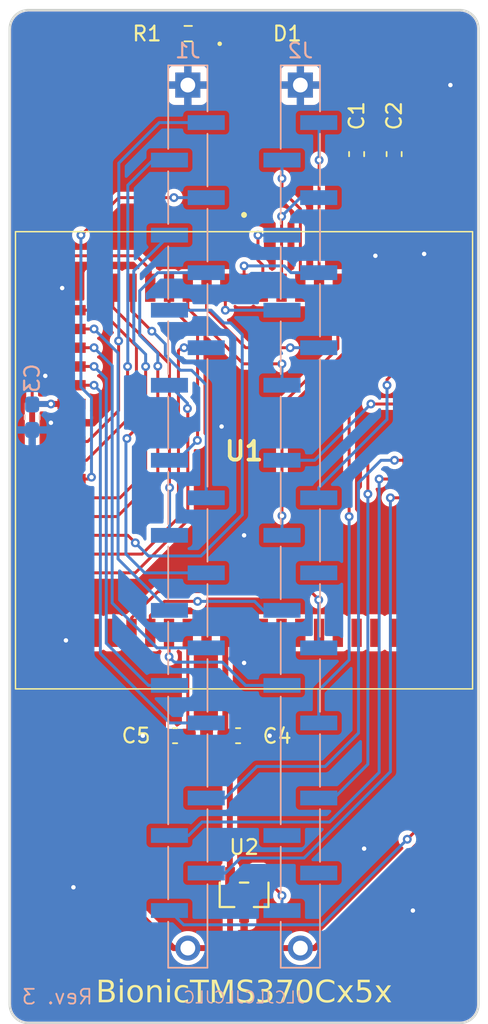
<source format=kicad_pcb>
(kicad_pcb (version 20241229) (generator "pcbnew") (generator_version "9.0")
  (title_block (title "BionicTMS370Cx5x") (date "2026-02-01") (rev "3") (company "Tadashi G. Takaoka"))
  (layers (0 "F.Cu" signal) (2 "B.Cu" signal) (13 "F.Paste" user) (15 "B.Paste" user) (5 "F.SilkS" user "F.Silkscreen") (7 "B.SilkS" user "B.Silkscreen") (1 "F.Mask" user) (3 "B.Mask" user) (25 "Edge.Cuts" user))
  (net 0 "")
  (net 1 "VCC")
  (net 2 "GND")
  (net 3 "Net-(D1-K)")
  (net 4 "ADDR12")
  (net 5 "DATA6")
  (net 6 "INT3")
  (net 7 "ADDR13")
  (net 8 "DATA3")
  (net 9 "ADDR11")
  (net 10 "DATA0")
  (net 11 "DATA7")
  (net 12 "~{RESET}")
  (net 13 "DATA1")
  (net 14 "ADDR9")
  (net 15 "ADDR10")
  (net 16 "INT1")
  (net 17 "DATA5")
  (net 18 "DATA2")
  (net 19 "ADDR8")
  (net 20 "ADDR14")
  (net 21 "ADDR15")
  (net 22 "DATA4")
  (net 23 "INT2")
  (net 24 "Net-(J2-P57)")
  (net 26 "SCIRXD")
  (net 27 "SCITXD")
  (net 28 "CLKIN")
  (net 29 "ADDR4")
  (net 31 "SYSCLK")
  (net 32 "R{slash}~{W}")
  (net 33 "ADDR6")
  (net 34 "~{WAIT}")
  (net 35 "ADDR2")
  (net 36 "ADDR5")
  (net 37 "ADDR7")
  (net 38 "~{OCF}")
  (net 39 "ADDR1")
  (net 40 "~{EDS}")
  (net 41 "ADDR3")
  (net 47 "ADDR0")
  (net 55 "Net-(U1-XTAL1)")
  (footprint "rhom:LED_CSL1901UW1_ROM-M" (layer "F.Cu") (at 113.7 71.6002)
    (property "Reference" "D1" (at 2.921 0 0) (layer "F.SilkS"))
    (property "Value" "CSL1901UW1")
    (pad "1" smd rect (at -0.8763 0) (size 0.9652 0.762) (layers "F.Cu" "F.Mask" "F.Paste") (net 3 "Net-(D1-K)"))
    (pad "2" smd rect (at 0.8763 0) (size 0.9652 0.762) (layers "F.Cu" "F.Mask" "F.Paste") (net 1 "VCC"))
    (zone (net 0) (net_name "") (layer "F.Cu") (connect_pads (clearance 0)) (min_thickness 0.254)
      (keepout (tracks not_allowed) (vias not_allowed) (pads allowed) (copperpour not_allowed) (footprints allowed))
      (fill (thermal_gap 0.508) (thermal_bridge_width 0.508))
      (polygon (pts (xy 113.3571 71.2446) (xy 114.0429 71.2446) (xy 114.0429 71.9558) (xy 113.3571 71.9558)))
    )
  )
  (footprint "3m:846821B1RKTP" (layer "F.Cu") (at 113.696 100.48)
    (property "Reference" "U1" (at 0 -0.618 0) (layer "F.SilkS") (effects (font (size 1.27 1.27) (thickness 0.254))))
    (property "Value" "TMS370Cx5x" (hide yes))
    (pad "1" smd rect (at 0 -11.68) (size 0.7 1.91) (layers "F.Cu" "F.Mask" "F.Paste") (net 29 "ADDR4"))
    (pad "2" smd rect (at -1.27 -11.68) (size 0.7 1.91) (layers "F.Cu" "F.Mask" "F.Paste") (net 36 "ADDR5"))
    (pad "3" smd rect (at -2.54 -11.68) (size 0.7 1.91) (layers "F.Cu" "F.Mask" "F.Paste") (net 33 "ADDR6"))
    (pad "4" smd rect (at -3.81 -11.68) (size 0.7 1.91) (layers "F.Cu" "F.Mask" "F.Paste") (net 37 "ADDR7"))
    (pad "5" smd rect (at -5.08 -11.68) (size 0.7 1.91) (layers "F.Cu" "F.Mask" "F.Paste") (net 19 "ADDR8"))
    (pad "6" smd rect (at -6.35 -11.68) (size 0.7 1.91) (layers "F.Cu" "F.Mask" "F.Paste") (net 1 "VCC"))
    (pad "7" smd rect (at -7.62 -11.68) (size 0.7 1.91) (layers "F.Cu" "F.Mask" "F.Paste") (net 14 "ADDR9"))
    (pad "8" smd rect (at -8.89 -11.68) (size 0.7 1.91) (layers "F.Cu" "F.Mask" "F.Paste") (net 15 "ADDR10"))
    (pad "9" smd rect (at -10.16 -11.68) (size 0.7 1.91) (layers "F.Cu" "F.Mask" "F.Paste"))
    (pad "10" smd rect (at -11.68 -10.16 90) (size 0.7 1.91) (layers "F.Cu" "F.Mask" "F.Paste") (net 9 "ADDR11"))
    (pad "11" smd rect (at -11.68 -8.89 90) (size 0.7 1.91) (layers "F.Cu" "F.Mask" "F.Paste") (net 4 "ADDR12"))
    (pad "12" smd rect (at -11.68 -7.62 90) (size 0.7 1.91) (layers "F.Cu" "F.Mask" "F.Paste") (net 7 "ADDR13"))
    (pad "13" smd rect (at -11.68 -6.35 90) (size 0.7 1.91) (layers "F.Cu" "F.Mask" "F.Paste") (net 20 "ADDR14"))
    (pad "14" smd rect (at -11.68 -5.08 90) (size 0.7 1.91) (layers "F.Cu" "F.Mask" "F.Paste") (net 21 "ADDR15"))
    (pad "15" smd rect (at -11.68 -3.81 90) (size 0.7 1.91) (layers "F.Cu" "F.Mask" "F.Paste") (net 1 "VCC"))
    (pad "16" smd rect (at -11.68 -2.54 90) (size 0.7 1.91) (layers "F.Cu" "F.Mask" "F.Paste") (net 2 "GND"))
    (pad "17" smd rect (at -11.68 -1.27 90) (size 0.7 1.91) (layers "F.Cu" "F.Mask" "F.Paste") (net 10 "DATA0"))
    (pad "18" smd rect (at -11.68 0 90) (size 0.7 1.91) (layers "F.Cu" "F.Mask" "F.Paste") (net 13 "DATA1"))
    (pad "19" smd rect (at -11.68 1.27 90) (size 0.7 1.91) (layers "F.Cu" "F.Mask" "F.Paste") (net 18 "DATA2"))
    (pad "20" smd rect (at -11.68 2.54 90) (size 0.7 1.91) (layers "F.Cu" "F.Mask" "F.Paste") (net 8 "DATA3"))
    (pad "21" smd rect (at -11.68 3.81 90) (size 0.7 1.91) (layers "F.Cu" "F.Mask" "F.Paste") (net 22 "DATA4"))
    (pad "22" smd rect (at -11.68 5.08 90) (size 0.7 1.91) (layers "F.Cu" "F.Mask" "F.Paste") (net 17 "DATA5"))
    (pad "23" smd rect (at -11.68 6.35 90) (size 0.7 1.91) (layers "F.Cu" "F.Mask" "F.Paste") (net 5 "DATA6"))
    (pad "24" smd rect (at -11.68 7.62 90) (size 0.7 1.91) (layers "F.Cu" "F.Mask" "F.Paste") (net 11 "DATA7"))
    (pad "25" smd rect (at -11.68 8.89 90) (size 0.7 1.91) (layers "F.Cu" "F.Mask" "F.Paste"))
    (pad "26" smd rect (at -11.68 10.16 90) (size 0.7 1.91) (layers "F.Cu" "F.Mask" "F.Paste"))
    (pad "27" smd rect (at -10.16 11.68) (size 0.7 1.91) (layers "F.Cu" "F.Mask" "F.Paste"))
    (pad "28" smd rect (at -8.89 11.68) (size 0.7 1.91) (layers "F.Cu" "F.Mask" "F.Paste"))
    (pad "29" smd rect (at -7.62 11.68) (size 0.7 1.91) (layers "F.Cu" "F.Mask" "F.Paste") (net 26 "SCIRXD"))
    (pad "30" smd rect (at -6.35 11.68) (size 0.7 1.91) (layers "F.Cu" "F.Mask" "F.Paste") (net 27 "SCITXD"))
    (pad "31" smd rect (at -5.08 11.68) (size 0.7 1.91) (layers "F.Cu" "F.Mask" "F.Paste") (net 28 "CLKIN"))
    (pad "32" smd rect (at -3.81 11.68) (size 0.7 1.91) (layers "F.Cu" "F.Mask" "F.Paste") (net 55 "Net-(U1-XTAL1)"))
    (pad "33" smd rect (at -2.54 11.68) (size 0.7 1.91) (layers "F.Cu" "F.Mask" "F.Paste") (net 1 "VCC"))
    (pad "34" smd rect (at -1.27 11.68) (size 0.7 1.91) (layers "F.Cu" "F.Mask" "F.Paste") (net 1 "VCC"))
    (pad "35" smd rect (at 0 11.68) (size 0.7 1.91) (layers "F.Cu" "F.Mask" "F.Paste"))
    (pad "36" smd rect (at 1.27 11.68) (size 0.7 1.91) (layers "F.Cu" "F.Mask" "F.Paste"))
    (pad "37" smd rect (at 2.54 11.68) (size 0.7 1.91) (layers "F.Cu" "F.Mask" "F.Paste"))
    (pad "38" smd rect (at 3.81 11.68) (size 0.7 1.91) (layers "F.Cu" "F.Mask" "F.Paste"))
    (pad "39" smd rect (at 5.08 11.68) (size 0.7 1.91) (layers "F.Cu" "F.Mask" "F.Paste"))
    (pad "40" smd rect (at 6.35 11.68) (size 0.7 1.91) (layers "F.Cu" "F.Mask" "F.Paste"))
    (pad "41" smd rect (at 7.62 11.68) (size 0.7 1.91) (layers "F.Cu" "F.Mask" "F.Paste"))
    (pad "42" smd rect (at 8.89 11.68) (size 0.7 1.91) (layers "F.Cu" "F.Mask" "F.Paste"))
    (pad "43" smd rect (at 10.16 11.68) (size 0.7 1.91) (layers "F.Cu" "F.Mask" "F.Paste"))
    (pad "44" smd rect (at 11.68 10.16 90) (size 0.7 1.91) (layers "F.Cu" "F.Mask" "F.Paste"))
    (pad "45" smd rect (at 11.68 8.89 90) (size 0.7 1.91) (layers "F.Cu" "F.Mask" "F.Paste"))
    (pad "46" smd rect (at 11.68 7.62 90) (size 0.7 1.91) (layers "F.Cu" "F.Mask" "F.Paste"))
    (pad "47" smd rect (at 11.68 6.35 90) (size 0.7 1.91) (layers "F.Cu" "F.Mask" "F.Paste"))
    (pad "48" smd rect (at 11.68 5.08 90) (size 0.7 1.91) (layers "F.Cu" "F.Mask" "F.Paste"))
    (pad "49" smd rect (at 11.68 3.81 90) (size 0.7 1.91) (layers "F.Cu" "F.Mask" "F.Paste"))
    (pad "50" smd rect (at 11.68 2.54 90) (size 0.7 1.91) (layers "F.Cu" "F.Mask" "F.Paste") (net 6 "INT3"))
    (pad "51" smd rect (at 11.68 1.27 90) (size 0.7 1.91) (layers "F.Cu" "F.Mask" "F.Paste") (net 23 "INT2"))
    (pad "52" smd rect (at 11.68 0 90) (size 0.7 1.91) (layers "F.Cu" "F.Mask" "F.Paste") (net 16 "INT1"))
    (pad "53" smd rect (at 11.68 -1.27 90) (size 0.7 1.91) (layers "F.Cu" "F.Mask" "F.Paste") (net 12 "~{RESET}"))
    (pad "54" smd rect (at 11.68 -2.54 90) (size 0.7 1.91) (layers "F.Cu" "F.Mask" "F.Paste") (net 34 "~{WAIT}"))
    (pad "55" smd rect (at 11.68 -3.81 90) (size 0.7 1.91) (layers "F.Cu" "F.Mask" "F.Paste") (net 40 "~{EDS}"))
    (pad "56" smd rect (at 11.68 -5.08 90) (size 0.7 1.91) (layers "F.Cu" "F.Mask" "F.Paste"))
    (pad "57" smd rect (at 11.68 -6.35 90) (size 0.7 1.91) (layers "F.Cu" "F.Mask" "F.Paste") (net 32 "R{slash}~{W}"))
    (pad "58" smd rect (at 11.68 -7.62 90) (size 0.7 1.91) (layers "F.Cu" "F.Mask" "F.Paste") (net 31 "SYSCLK"))
    (pad "59" smd rect (at 11.68 -8.89 90) (size 0.7 1.91) (layers "F.Cu" "F.Mask" "F.Paste"))
    (pad "60" smd rect (at 11.68 -10.16 90) (size 0.7 1.91) (layers "F.Cu" "F.Mask" "F.Paste"))
    (pad "61" smd rect (at 10.16 -11.68) (size 0.7 1.91) (layers "F.Cu" "F.Mask" "F.Paste") (net 1 "VCC"))
    (pad "62" smd rect (at 8.89 -11.68) (size 0.7 1.91) (layers "F.Cu" "F.Mask" "F.Paste") (net 2 "GND"))
    (pad "63" smd rect (at 7.62 -11.68) (size 0.7 1.91) (layers "F.Cu" "F.Mask" "F.Paste") (net 1 "VCC"))
    (pad "64" smd rect (at 6.35 -11.68) (size 0.7 1.91) (layers "F.Cu" "F.Mask" "F.Paste") (net 38 "~{OCF}"))
    (pad "65" smd rect (at 5.08 -11.68) (size 0.7 1.91) (layers "F.Cu" "F.Mask" "F.Paste") (net 47 "ADDR0"))
    (pad "66" smd rect (at 3.81 -11.68) (size 0.7 1.91) (layers "F.Cu" "F.Mask" "F.Paste") (net 39 "ADDR1"))
    (pad "67" smd rect (at 2.54 -11.68) (size 0.7 1.91) (layers "F.Cu" "F.Mask" "F.Paste") (net 35 "ADDR2"))
    (pad "68" smd rect (at 1.27 -11.68) (size 0.7 1.91) (layers "F.Cu" "F.Mask" "F.Paste") (net 41 "ADDR3"))
  )
  (footprint "Capacitor_SMD:C_0603_1608Metric_Pad1.08x0.95mm_HandSolder" (layer "F.Cu") (at 109.0264 119.1236 180)
    (property "Reference" "C5" (at 2.6416 0 0) (layer "F.SilkS"))
    (property "Value" "50p")
    (pad "1" smd roundrect (at -0.8625 0 180) (size 1.075 0.95) (layers "F.Cu" "F.Mask" "F.Paste") (net 55 "Net-(U1-XTAL1)"))
    (pad "2" smd roundrect (at 0.8625 0 180) (size 1.075 0.95) (layers "F.Cu" "F.Mask" "F.Paste") (net 2 "GND"))
  )
  (footprint "Capacitor_SMD:C_0603_1608Metric_Pad1.08x0.95mm_HandSolder" (layer "F.Cu") (at 123.86 79.7525 90)
    (property "Reference" "C2" (at 2.5908 0 90) (layer "F.SilkS"))
    (property "Value" "22u")
    (pad "1" smd roundrect (at -0.8625 0 90) (size 1.075 0.95) (layers "F.Cu" "F.Mask" "F.Paste") (net 1 "VCC"))
    (pad "2" smd roundrect (at 0.8625 0 90) (size 1.075 0.95) (layers "F.Cu" "F.Mask" "F.Paste") (net 2 "GND"))
  )
  (footprint "Capacitor_SMD:C_0603_1608Metric_Pad1.08x0.95mm_HandSolder" (layer "F.Cu") (at 113.2936 119.1236)
    (property "Reference" "C4" (at 2.6405 0.0254 0) (layer "F.SilkS"))
    (property "Value" "0.1u")
    (pad "1" smd roundrect (at -0.8625 0) (size 1.075 0.95) (layers "F.Cu" "F.Mask" "F.Paste") (net 1 "VCC"))
    (pad "2" smd roundrect (at 0.8625 0) (size 1.075 0.95) (layers "F.Cu" "F.Mask" "F.Paste") (net 2 "GND"))
  )
  (footprint "Resistor_SMD:R_0603_1608Metric_Pad0.98x0.95mm_HandSolder" (layer "F.Cu") (at 109.9154 71.6002 180)
    (property "Reference" "R1" (at 2.794 0 0) (layer "F.SilkS"))
    (property "Value" "1.6k")
    (pad "1" smd roundrect (at -0.9125 0 180) (size 0.975 0.95) (layers "F.Cu" "F.Mask" "F.Paste") (net 3 "Net-(D1-K)"))
    (pad "2" smd roundrect (at 0.9125 0 180) (size 0.975 0.95) (layers "F.Cu" "F.Mask" "F.Paste") (net 2 "GND"))
  )
  (footprint "microchip:SOT-23_MC_MCH-M" (layer "F.Cu") (at 113.7 129.894 180)
    (property "Reference" "U2" (at 0 3.2266 0) (layer "F.SilkS"))
    (property "Value" "11AA010-I/TT")
    (pad "1" smd rect (at -0.950001 1.066 180) (size 0.6604 1.6256) (layers "F.Cu" "F.Mask" "F.Paste") (net 24 "Net-(J2-P57)"))
    (pad "2" smd rect (at 0.950001 1.066 180) (size 0.6604 1.6256) (layers "F.Cu" "F.Mask" "F.Paste") (net 1 "VCC"))
    (pad "3" smd rect (at 0 -1.066 180) (size 0.6604 1.6256) (layers "F.Cu" "F.Mask" "F.Paste") (net 2 "GND"))
  )
  (footprint "Capacitor_SMD:C_0603_1608Metric_Pad1.08x0.95mm_HandSolder" (layer "F.Cu") (at 121.32 79.7525 90)
    (property "Reference" "C1" (at 2.5908 0 90) (layer "F.SilkS"))
    (property "Value" "0.1u")
    (pad "1" smd roundrect (at -0.8625 0 90) (size 1.075 0.95) (layers "F.Cu" "F.Mask" "F.Paste") (net 1 "VCC"))
    (pad "2" smd roundrect (at 0.8625 0 90) (size 1.075 0.95) (layers "F.Cu" "F.Mask" "F.Paste") (net 2 "GND"))
  )
  (footprint "bionic:Bionic-P245_SMT" (layer "B.Cu") (at 117.5308 104.29 180)
    (property "Reference" "J2" (at 0.0208 31.54 0) (layer "B.SilkS") (effects (justify mirror)))
    (property "Value" "Bionic-P245")
    (pad "25" thru_hole oval (at 0.0208 -29.21 180) (size 1.7 1.7) (drill 1) (layers "*.Cu" "*.Mask") (net 1 "VCC"))
    (pad "26" smd rect (at 1.2654 -26.67 180) (size 2.51 1) (layers "B.Cu" "B.Mask" "B.Paste") (net 24 "Net-(J2-P57)"))
    (pad "27" smd rect (at -1.2238 -24.13 180) (size 2.51 1) (layers "B.Cu" "B.Mask" "B.Paste"))
    (pad "28" smd rect (at 1.2654 -21.59 180) (size 2.51 1) (layers "B.Cu" "B.Mask" "B.Paste"))
    (pad "29" smd rect (at -1.2238 -19.05 180) (size 2.51 1) (layers "B.Cu" "B.Mask" "B.Paste") (net 34 "~{WAIT}"))
    (pad "31" smd rect (at -1.2238 -13.97 180) (size 2.51 1) (layers "B.Cu" "B.Mask" "B.Paste") (net 31 "SYSCLK"))
    (pad "32" smd rect (at 1.2654 -11.43 180) (size 2.51 1) (layers "B.Cu" "B.Mask" "B.Paste") (net 28 "CLKIN"))
    (pad "33" smd rect (at -1.2238 -8.89 180) (size 2.51 1) (layers "B.Cu" "B.Mask" "B.Paste") (net 26 "SCIRXD"))
    (pad "34" smd rect (at 1.2654 -6.35 180) (size 2.51 1) (layers "B.Cu" "B.Mask" "B.Paste") (net 27 "SCITXD"))
    (pad "35" smd rect (at -1.2238 -3.81 180) (size 2.51 1) (layers "B.Cu" "B.Mask" "B.Paste"))
    (pad "36" smd rect (at 1.2654 -1.27 180) (size 2.51 1) (layers "B.Cu" "B.Mask" "B.Paste") (net 38 "~{OCF}"))
    (pad "37" smd rect (at -1.2238 1.27 180) (size 2.51 1) (layers "B.Cu" "B.Mask" "B.Paste") (net 32 "R{slash}~{W}"))
    (pad "38" smd rect (at 1.2654 3.81 180) (size 2.51 1) (layers "B.Cu" "B.Mask" "B.Paste") (net 40 "~{EDS}"))
    (pad "40" smd rect (at 1.2654 8.89 180) (size 2.51 1) (layers "B.Cu" "B.Mask" "B.Paste") (net 37 "ADDR7"))
    (pad "41" smd rect (at -1.2238 11.43 180) (size 2.51 1) (layers "B.Cu" "B.Mask" "B.Paste") (net 33 "ADDR6"))
    (pad "42" smd rect (at 1.2654 13.97 180) (size 2.51 1) (layers "B.Cu" "B.Mask" "B.Paste") (net 36 "ADDR5"))
    (pad "43" smd rect (at -1.2238 16.51 180) (size 2.51 1) (layers "B.Cu" "B.Mask" "B.Paste") (net 29 "ADDR4"))
    (pad "44" smd rect (at 1.2654 19.05 180) (size 2.51 1) (layers "B.Cu" "B.Mask" "B.Paste") (net 41 "ADDR3"))
    (pad "45" smd rect (at -1.2238 21.59 180) (size 2.51 1) (layers "B.Cu" "B.Mask" "B.Paste") (net 35 "ADDR2"))
    (pad "46" smd rect (at 1.2654 24.13 180) (size 2.51 1) (layers "B.Cu" "B.Mask" "B.Paste") (net 39 "ADDR1"))
    (pad "47" smd rect (at -1.2238 26.67 180) (size 2.51 1) (layers "B.Cu" "B.Mask" "B.Paste") (net 47 "ADDR0"))
    (pad "48" thru_hole rect (at 0.0208 29.21 180) (size 1.7 1.7) (drill 1) (layers "*.Cu" "*.Mask") (net 2 "GND"))
  )
  (footprint "Capacitor_SMD:C_0603_1608Metric_Pad1.08x0.95mm_HandSolder" (layer "B.Cu") (at 99.349 97.563 -90)
    (property "Reference" "C3" (at -2.6405 0 90) (layer "B.SilkS") (effects (justify mirror)))
    (property "Value" "0.1u")
    (pad "1" smd roundrect (at -0.8625 0 270) (size 1.075 0.95) (layers "B.Cu" "B.Mask" "B.Paste") (net 1 "VCC"))
    (pad "2" smd roundrect (at 0.8625 0 270) (size 1.075 0.95) (layers "B.Cu" "B.Mask" "B.Paste") (net 2 "GND"))
  )
  (footprint "bionic:Bionic-P135_SMT" (layer "B.Cu") (at 109.8692 104.29 180)
    (property "Reference" "J1" (at -0.0208 31.54 0) (layer "B.SilkS") (effects (justify mirror)))
    (property "Value" "Bionic-P135")
    (pad "1" thru_hole rect (at -0.0208 29.21 180) (size 1.7 1.7) (drill 1) (layers "*.Cu" "*.Mask") (net 2 "GND"))
    (pad "2" smd rect (at -1.2654 26.67 180) (size 2.51 1) (layers "B.Cu" "B.Mask" "B.Paste") (net 10 "DATA0"))
    (pad "3" smd rect (at 1.2238 24.13 180) (size 2.51 1) (layers "B.Cu" "B.Mask" "B.Paste") (net 13 "DATA1"))
    (pad "4" smd rect (at -1.2654 21.59 180) (size 2.51 1) (layers "B.Cu" "B.Mask" "B.Paste") (net 18 "DATA2"))
    (pad "5" smd rect (at 1.2238 19.05 180) (size 2.51 1) (layers "B.Cu" "B.Mask" "B.Paste") (net 8 "DATA3"))
    (pad "6" smd rect (at -1.2654 16.51 180) (size 2.51 1) (layers "B.Cu" "B.Mask" "B.Paste") (net 22 "DATA4"))
    (pad "7" smd rect (at 1.2238 13.97 180) (size 2.51 1) (layers "B.Cu" "B.Mask" "B.Paste") (net 17 "DATA5"))
    (pad "8" smd rect (at -1.2654 11.43 180) (size 2.51 1) (layers "B.Cu" "B.Mask" "B.Paste") (net 5 "DATA6"))
    (pad "9" smd rect (at 1.2238 8.89 180) (size 2.51 1) (layers "B.Cu" "B.Mask" "B.Paste") (net 11 "DATA7"))
    (pad "11" smd rect (at 1.2238 3.81 180) (size 2.51 1) (layers "B.Cu" "B.Mask" "B.Paste") (net 19 "ADDR8"))
    (pad "12" smd rect (at -1.2654 1.27 180) (size 2.51 1) (layers "B.Cu" "B.Mask" "B.Paste") (net 14 "ADDR9"))
    (pad "13" smd rect (at 1.2238 -1.27 180) (size 2.51 1) (layers "B.Cu" "B.Mask" "B.Paste") (net 15 "ADDR10"))
    (pad "14" smd rect (at -1.2654 -3.81 180) (size 2.51 1) (layers "B.Cu" "B.Mask" "B.Paste") (net 9 "ADDR11"))
    (pad "15" smd rect (at 1.2238 -6.35 180) (size 2.51 1) (layers "B.Cu" "B.Mask" "B.Paste") (net 4 "ADDR12"))
    (pad "16" smd rect (at -1.2654 -8.89 180) (size 2.51 1) (layers "B.Cu" "B.Mask" "B.Paste") (net 7 "ADDR13"))
    (pad "17" smd rect (at 1.2238 -11.43 180) (size 2.51 1) (layers "B.Cu" "B.Mask" "B.Paste") (net 20 "ADDR14"))
    (pad "18" smd rect (at -1.2654 -13.97 180) (size 2.51 1) (layers "B.Cu" "B.Mask" "B.Paste") (net 21 "ADDR15"))
    (pad "20" smd rect (at -1.2654 -19.05 180) (size 2.51 1) (layers "B.Cu" "B.Mask" "B.Paste") (net 16 "INT1"))
    (pad "21" smd rect (at 1.2238 -21.59 180) (size 2.51 1) (layers "B.Cu" "B.Mask" "B.Paste") (net 23 "INT2"))
    (pad "22" smd rect (at -1.2654 -24.13 180) (size 2.51 1) (layers "B.Cu" "B.Mask" "B.Paste") (net 6 "INT3"))
    (pad "23" smd rect (at 1.2238 -26.67 180) (size 2.51 1) (layers "B.Cu" "B.Mask" "B.Paste") (net 12 "~{RESET}"))
    (pad "24" thru_hole oval (at -0.0208 -29.21 180) (size 1.7 1.7) (drill 1) (layers "*.Cu" "*.Mask") (net 1 "VCC"))
  )
  (gr_arc (start 99.095 138.58) (mid 98.196974 138.208026) (end 97.825 137.31) (stroke (width 0.15)) (layer "Edge.Cuts"))
  (gr_line (start 128.305 70) (end 99.095 70) (stroke (width 0.15)) (layer "Edge.Cuts"))
  (gr_arc (start 97.825 71.27) (mid 98.196974 70.371974) (end 99.095 70) (stroke (width 0.15)) (layer "Edge.Cuts"))
  (gr_line (start 99.095 138.58) (end 128.305 138.58) (stroke (width 0.15)) (layer "Edge.Cuts"))
  (gr_arc (start 128.305 70) (mid 129.203026 70.371974) (end 129.575 71.27) (stroke (width 0.15)) (layer "Edge.Cuts"))
  (gr_arc (start 129.575 137.31) (mid 129.203026 138.208026) (end 128.305 138.58) (stroke (width 0.15)) (layer "Edge.Cuts"))
  (gr_line (start 97.825 71.27) (end 97.825 137.31) (stroke (width 0.15)) (layer "Edge.Cuts"))
  (gr_line (start 129.575 137.31) (end 129.575 71.27) (stroke (width 0.15)) (layer "Edge.Cuts"))
  (gr_text "BionicTMS370Cx5x" (at 113.7 136.548 0) (layer "F.SilkS") (effects (font (size 1.5 1.5))))
  (gr_text "JLCJLCJLCJLC" (at 113.7 137.31 0) (layer "B.SilkS") (effects (font (size 0.8 0.8)) (justify bottom mirror)))
  (gr_text "Rev. 3" (at 103.54 136.802 0) (layer "B.SilkS") (effects (font (size 1 1)) (justify left mirror)))
  (segment (start 102.02 96.67) (end 100.619 96.67) (width 0.4) (layer "F.Cu") (net 1))
  (segment (start 125.8285 80.668) (end 127.67 82.5095) (width 0.4) (layer "F.Cu") (net 1))
  (segment (start 111.16 112.16) (end 112.43 112.16) (width 0.4) (layer "F.Cu") (net 1))
  (segment (start 121.32 80.615) (end 121.32 88.669) (width 0.4) (layer "F.Cu") (net 1))
  (segment (start 99.349 123.9242) (end 108.9248 133.5) (width 0.4) (layer "F.Cu") (net 1))
  (segment (start 125.7755 80.615) (end 121.32 80.615) (width 0.4) (layer "F.Cu") (net 1))
  (segment (start 99.349 96.7005) (end 99.3795 96.67) (width 0.4) (layer "F.Cu") (net 1))
  (segment (start 125.8285 80.668) (end 125.7755 80.615) (width 0.4) (layer "F.Cu") (net 1))
  (segment (start 112.7348 128.812801) (end 112.749999 128.828) (width 0.4) (layer "F.Cu") (net 1))
  (segment (start 112.4311 112.1611) (end 112.43 112.16) (width 0.4) (layer "F.Cu") (net 1))
  (segment (start 125.8285 73.6195) (end 123.8092 71.6002) (width 0.2) (layer "F.Cu") (net 1))
  (segment (start 112.76 133.5) (end 109.89 133.5) (width 0.4) (layer "F.Cu") (net 1))
  (segment (start 127.67 124.3052) (end 118.4752 133.5) (width 0.4) (layer "F.Cu") (net 1))
  (segment (start 99.349 96.7005) (end 99.349 89.05) (width 0.2) (layer "F.Cu") (net 1))
  (segment (start 123.8092 71.6002) (end 114.5763 71.6002) (width 0.2) (layer "F.Cu") (net 1))
  (segment (start 112.4311 119.1236) (end 112.43 119.1247) (width 0.4) (layer "F.Cu") (net 1))
  (segment (start 125.8285 80.668) (end 125.8285 73.6195) (width 0.2) (layer "F.Cu") (net 1))
  (segment (start 99.3795 96.67) (end 102.02 96.67) (width 0.4) (layer "F.Cu") (net 1))
  (segment (start 112.43 119.1247) (end 112.43 121.6128) (width 0.4) (layer "F.Cu") (net 1))
  (segment (start 101.762 86.637) (end 106.4102 86.637) (width 0.2) (layer "F.Cu") (net 1))
  (segment (start 102.024 96.924) (end 102.02 96.92) (width 0.2) (layer "F.Cu") (net 1))
  (segment (start 117.51 133.5) (end 112.76 133.5) (width 0.4) (layer "F.Cu") (net 1))
  (segment (start 112.75 133.49) (end 112.76 133.5) (width 0.2) (layer "F.Cu") (net 1))
  (segment (start 99.349 96.7005) (end 99.349 123.9242) (width 0.4) (layer "F.Cu") (net 1))
  (segment (start 123.86 80.615) (end 123.86 88.669) (width 0.4) (layer "F.Cu") (net 1))
  (segment (start 112.7348 121.9176) (end 112.7348 128.812801) (width 0.4) (layer "F.Cu") (net 1))
  (segment (start 108.9248 133.5) (end 109.89 133.5) (width 0.4) (layer "F.Cu") (net 1))
  (segment (start 127.67 82.5095) (end 127.67 124.3052) (width 0.4) (layer "F.Cu") (net 1))
  (segment (start 107.35 87.5768) (end 107.35 88.8) (width 0.2) (layer "F.Cu") (net 1))
  (segment (start 112.43 121.6128) (end 112.7348 121.9176) (width 0.4) (layer "F.Cu") (net 1))
  (segment (start 112.4311 119.1236) (end 112.4311 112.1611) (width 0.4) (layer "F.Cu") (net 1))
  (segment (start 118.4752 133.5) (end 117.51 133.5) (width 0.4) (layer "F.Cu") (net 1))
  (segment (start 112.75 128.828) (end 112.75 133.49) (width 0.4) (layer "F.Cu") (net 1))
  (segment (start 106.4102 86.637) (end 107.35 87.5768) (width 0.2) (layer "F.Cu") (net 1))
  (segment (start 99.349 89.05) (end 101.762 86.637) (width 0.2) (layer "F.Cu") (net 1))
  (via (at 100.619 96.67) (size 0.6) (drill 0.3) (layers "F.Cu" "B.Cu") (net 1))
  (segment (start 99.2525 96.67) (end 99.222 96.7005) (width 0.4) (layer "B.Cu") (net 1))
  (segment (start 100.619 96.67) (end 99.2525 96.67) (width 0.4) (layer "B.Cu") (net 1))
  (via (at 112.176 98.194) (size 0.6) (drill 0.3) (layers "F.Cu" "B.Cu") (net 2))
  (via (at 106.842 119.1236) (size 0.6) (drill 0.3) (layers "F.Cu" "B.Cu") (net 2))
  (via (at 113.7 105.56) (size 0.6) (drill 0.3) (layers "F.Cu" "B.Cu") (net 2))
  (via (at 113.7 114.196) (size 0.6) (drill 0.3) (layers "F.Cu" "B.Cu") (net 2))
  (via (at 101.381 88.8214) (size 0.6) (drill 0.3) (layers "F.Cu" "B.Cu") (net 2))
  (via (at 100.238 94.765) (size 0.6) (drill 0.3) (layers "F.Cu" "B.Cu") (net 2))
  (via (at 121.828 126.769) (size 0.6) (drill 0.3) (layers "F.Cu" "B.Cu") (net 2))
  (via (at 125.13 130.96) (size 0.6) (drill 0.3) (layers "F.Cu" "B.Cu") (net 2))
  (via (at 102.143 129.3852) (size 0.6) (drill 0.3) (layers "F.Cu" "B.Cu") (net 2))
  (via (at 127.67 75.08) (size 0.6) (drill 0.3) (layers "F.Cu" "B.Cu") (net 2))
  (via (at 125.892 86.51) (size 0.6) (drill 0.3) (layers "F.Cu" "B.Cu") (net 2))
  (via (at 101.635 112.672) (size 0.6) (drill 0.3) (layers "F.Cu" "B.Cu") (net 2))
  (via (at 115.4272 119.1236) (size 0.6) (drill 0.3) (layers "F.Cu" "B.Cu") (net 2))
  (via (at 100.619 97.94) (size 0.6) (drill 0.3) (layers "F.Cu" "B.Cu") (net 2))
  (via (at 122.59 86.637) (size 0.6) (drill 0.3) (layers "F.Cu" "B.Cu") (net 2))
  (segment (start 112.8237 71.6002) (end 110.8279 71.6002) (width 0.2) (layer "F.Cu") (net 3))
  (segment (start 103.54 91.59) (end 102.02 91.59) (width 0.2) (layer "F.Cu") (net 4))
  (via (at 103.54 91.59) (size 0.6) (drill 0.3) (layers "F.Cu" "B.Cu") (net 4))
  (segment (start 105.1656 93.2156) (end 105.1656 107.1602) (width 0.2) (layer "B.Cu") (net 4))
  (segment (start 103.54 91.59) (end 105.1656 93.2156) (width 0.2) (layer "B.Cu") (net 4))
  (segment (start 105.1656 107.1602) (end 108.6454 110.64) (width 0.2) (layer "B.Cu") (net 4))
  (segment (start 109.255 104.3662) (end 106.7912 106.83) (width 0.2) (layer "F.Cu") (net 5))
  (segment (start 109.4582 92.86) (end 109.255 93.0632) (width 0.2) (layer "F.Cu") (net 5))
  (segment (start 106.7912 106.83) (end 102.02 106.83) (width 0.2) (layer "F.Cu") (net 5))
  (segment (start 109.636 92.86) (end 109.4582 92.86) (width 0.2) (layer "F.Cu") (net 5))
  (segment (start 109.255 93.0632) (end 109.255 104.3662) (width 0.2) (layer "F.Cu") (net 5))
  (via (at 109.636 92.86) (size 0.6) (drill 0.3) (layers "F.Cu" "B.Cu") (net 5))
  (segment (start 109.636 92.86) (end 111.1346 92.86) (width 0.2) (layer "B.Cu") (net 5))
  (segment (start 125.38 103.02) (end 123.606 103.02) (width 0.2) (layer "F.Cu") (net 6))
  (via (at 123.606 103.02) (size 0.6) (drill 0.3) (layers "F.Cu" "B.Cu") (net 6))
  (segment (start 113.446 127.404) (end 112.43 128.42) (width 0.2) (layer "B.Cu") (net 6))
  (segment (start 112.43 128.42) (end 111.1346 128.42) (width 0.2) (layer "B.Cu") (net 6))
  (segment (start 123.606 121.562) (end 117.764 127.404) (width 0.2) (layer "B.Cu") (net 6))
  (segment (start 123.606 103.02) (end 123.606 121.562) (width 0.2) (layer "B.Cu") (net 6))
  (segment (start 117.764 127.404) (end 113.446 127.404) (width 0.2) (layer "B.Cu") (net 6))
  (segment (start 103.54 92.86) (end 102.02 92.86) (width 0.2) (layer "F.Cu") (net 7))
  (via (at 103.54 92.86) (size 0.6) (drill 0.3) (layers "F.Cu" "B.Cu") (net 7))
  (segment (start 107.8072 113.18) (end 111.1346 113.18) (width 0.2) (layer "B.Cu") (net 7))
  (segment (start 103.54 92.86) (end 104.7656 94.0856) (width 0.2) (layer "B.Cu") (net 7))
  (segment (start 104.7656 94.0856) (end 104.7656 110.1384) (width 0.2) (layer "B.Cu") (net 7))
  (segment (start 104.7656 110.1384) (end 107.8072 113.18) (width 0.2) (layer "B.Cu") (net 7))
  (segment (start 107.033734 101.278866) (end 105.2926 103.02) (width 0.2) (layer "F.Cu") (net 8))
  (segment (start 105.2926 103.02) (end 102.02 103.02) (width 0.2) (layer "F.Cu") (net 8))
  (segment (start 107.033734 94.128863) (end 107.033734 101.278866) (width 0.2) (layer "F.Cu") (net 8))
  (via (at 107.033734 94.128863) (size 0.6) (drill 0.3) (layers "F.Cu" "B.Cu") (net 8))
  (segment (start 107.033734 93.305734) (end 106.2324 92.5044) (width 0.2) (layer "B.Cu") (net 8))
  (segment (start 106.2324 92.5044) (end 106.2324 87.653) (width 0.2) (layer "B.Cu") (net 8))
  (segment (start 107.033734 94.128863) (end 107.033734 93.305734) (width 0.2) (layer "B.Cu") (net 8))
  (segment (start 106.2324 87.653) (end 108.6454 85.24) (width 0.2) (layer "B.Cu") (net 8))
  (segment (start 105.7656 98.9656) (end 106.4102 98.321) (width 0.2) (layer "F.Cu") (net 9))
  (segment (start 106.4102 92.7584) (end 103.9718 90.32) (width 0.2) (layer "F.Cu") (net 9))
  (segment (start 103.9718 90.32) (end 102.02 90.32) (width 0.2) (layer "F.Cu") (net 9))
  (segment (start 105.7656 99.0068) (end 105.7656 98.9656) (width 0.2) (layer "F.Cu") (net 9))
  (segment (start 106.4102 98.321) (end 106.4102 92.7584) (width 0.2) (layer "F.Cu") (net 9))
  (via (at 105.7656 99.0068) (size 0.6) (drill 0.3) (layers "F.Cu" "B.Cu") (net 9))
  (segment (start 105.699 106.83) (end 106.969 108.1) (width 0.2) (layer "B.Cu") (net 9))
  (segment (start 106.969 108.1) (end 111.1346 108.1) (width 0.2) (layer "B.Cu") (net 9))
  (segment (start 105.699 99.0734) (end 105.699 106.83) (width 0.2) (layer "B.Cu") (net 9))
  (segment (start 105.7656 99.0068) (end 105.699 99.0734) (width 0.2) (layer "B.Cu") (net 9))
  (segment (start 105.203335 92.400065) (end 105.203335 97.114865) (width 0.2) (layer "F.Cu") (net 10))
  (segment (start 103.1082 99.21) (end 102.02 99.21) (width 0.2) (layer "F.Cu") (net 10))
  (segment (start 105.203335 97.114865) (end 103.1082 99.21) (width 0.2) (layer "F.Cu") (net 10))
  (via (at 105.203335 92.400065) (size 0.6) (drill 0.3) (layers "F.Cu" "B.Cu") (net 10))
  (segment (start 105.2164 92.387) (end 105.2164 80.3632) (width 0.2) (layer "B.Cu") (net 10))
  (segment (start 105.203335 92.400065) (end 105.2164 92.387) (width 0.2) (layer "B.Cu") (net 10))
  (segment (start 105.2164 80.3632) (end 107.9596 77.62) (width 0.2) (layer "B.Cu") (net 10))
  (segment (start 107.9596 77.62) (end 111.1346 77.62) (width 0.2) (layer "B.Cu") (net 10))
  (segment (start 109.89 104.544) (end 106.334 108.1) (width 0.2) (layer "F.Cu") (net 11))
  (segment (start 106.334 108.1) (end 102.02 108.1) (width 0.2) (layer "F.Cu") (net 11))
  (segment (start 109.8646 96.9748) (end 109.89 97.0002) (width 0.2) (layer "F.Cu") (net 11))
  (segment (start 109.89 97.0002) (end 109.89 104.544) (width 0.2) (layer "F.Cu") (net 11))
  (via (at 109.8646 96.9748) (size 0.6) (drill 0.3) (layers "F.Cu" "B.Cu") (net 11))
  (segment (start 109.8646 96.6192) (end 108.6454 95.4) (width 0.2) (layer "B.Cu") (net 11))
  (segment (start 109.8646 96.9748) (end 109.8646 96.6192) (width 0.2) (layer "B.Cu") (net 11))
  (segment (start 124.749 126.134) (end 127.0604 123.8226) (width 0.2) (layer "F.Cu") (net 12))
  (segment (start 126.273 99.21) (end 125.38 99.21) (width 0.2) (layer "F.Cu") (net 12))
  (segment (start 127.0604 99.9974) (end 126.273 99.21) (width 0.2) (layer "F.Cu") (net 12))
  (segment (start 127.0604 123.8226) (end 127.0604 99.9974) (width 0.2) (layer "F.Cu") (net 12))
  (via (at 124.749 126.134) (size 0.6) (drill 0.3) (layers "F.Cu" "B.Cu") (net 12))
  (segment (start 124.749 126.134) (end 118.9578 131.9252) (width 0.2) (layer "B.Cu") (net 12))
  (segment (start 109.6106 131.9252) (end 108.6454 130.96) (width 0.2) (layer "B.Cu") (net 12))
  (segment (start 118.9578 131.9252) (end 109.6106 131.9252) (width 0.2) (layer "B.Cu") (net 12))
  (segment (start 105.8102 94.13) (end 105.8102 97.7018) (width 0.2) (layer "F.Cu") (net 13))
  (segment (start 105.8102 97.7018) (end 103.032 100.48) (width 0.2) (layer "F.Cu") (net 13))
  (segment (start 103.032 100.48) (end 102.02 100.48) (width 0.2) (layer "F.Cu") (net 13))
  (via (at 105.8102 94.13) (size 0.6) (drill 0.3) (layers "F.Cu" "B.Cu") (net 13))
  (segment (start 105.8102 94.13) (end 105.826 94.1142) (width 0.2) (layer "B.Cu") (net 13))
  (segment (start 105.826 94.1142) (end 105.826 81.8618) (width 0.2) (layer "B.Cu") (net 13))
  (segment (start 105.826 81.8618) (end 107.5278 80.16) (width 0.2) (layer "B.Cu") (net 13))
  (segment (start 107.5278 80.16) (end 108.6454 80.16) (width 0.2) (layer "B.Cu") (net 13))
  (segment (start 107.4516 91.7424) (end 106.08 90.3708) (width 0.2) (layer "F.Cu") (net 14))
  (segment (start 106.08 90.3708) (end 106.08 88.8) (width 0.2) (layer "F.Cu") (net 14))
  (via (at 107.4516 91.7424) (size 0.6) (drill 0.3) (layers "F.Cu" "B.Cu") (net 14))
  (segment (start 107.4516 91.7424) (end 107.5024 91.7424) (width 0.2) (layer "B.Cu") (net 14))
  (segment (start 108.366 93.368) (end 109.382 94.384) (width 0.2) (layer "B.Cu") (net 14))
  (segment (start 107.5024 91.7424) (end 108.366 92.606) (width 0.2) (layer "B.Cu") (net 14))
  (segment (start 110.144 94.384) (end 111.1346 95.3746) (width 0.2) (layer "B.Cu") (net 14))
  (segment (start 109.382 94.384) (end 110.144 94.384) (width 0.2) (layer "B.Cu") (net 14))
  (segment (start 108.366 92.606) (end 108.366 93.368) (width 0.2) (layer "B.Cu") (net 14))
  (segment (start 111.1346 95.3746) (end 111.1346 103.02) (width 0.2) (layer "B.Cu") (net 14))
  (segment (start 104.81 90.1168) (end 104.81 88.8) (width 0.2) (layer "F.Cu") (net 15))
  (segment (start 108.655 102.3342) (end 108.6454 102.3246) (width 0.2) (layer "F.Cu") (net 15))
  (segment (start 108.6454 93.9522) (end 104.81 90.1168) (width 0.2) (layer "F.Cu") (net 15))
  (segment (start 108.6454 102.3246) (end 108.6454 93.9522) (width 0.2) (layer "F.Cu") (net 15))
  (via (at 108.655 102.3342) (size 0.6) (drill 0.3) (layers "F.Cu" "B.Cu") (net 15))
  (segment (start 108.655 104.509) (end 108.6454 104.5186) (width 0.2) (layer "B.Cu") (net 15))
  (segment (start 108.655 102.3342) (end 108.655 104.509) (width 0.2) (layer "B.Cu") (net 15))
  (segment (start 108.6454 104.5186) (end 108.6454 105.56) (width 0.2) (layer "B.Cu") (net 15))
  (segment (start 125.38 100.48) (end 123.8854 100.48) (width 0.2) (layer "F.Cu") (net 16))
  (via (at 123.8854 100.48) (size 0.6) (drill 0.3) (layers "F.Cu" "B.Cu") (net 16))
  (segment (start 121.447 102.004) (end 121.447 118.9458) (width 0.2) (layer "B.Cu") (net 16))
  (segment (start 119.1864 121.2064) (end 114.5636 121.2064) (width 0.2) (layer "B.Cu") (net 16))
  (segment (start 114.5636 121.2064) (end 112.43 123.34) (width 0.2) (layer "B.Cu") (net 16))
  (segment (start 122.971 100.48) (end 121.447 102.004) (width 0.2) (layer "B.Cu") (net 16))
  (segment (start 121.447 118.9458) (end 119.1864 121.2064) (width 0.2) (layer "B.Cu") (net 16))
  (segment (start 112.43 123.34) (end 111.1346 123.34) (width 0.2) (layer "B.Cu") (net 16))
  (segment (start 123.8854 100.48) (end 122.971 100.48) (width 0.2) (layer "B.Cu") (net 16))
  (segment (start 106.334 106.068) (end 105.826 105.56) (width 0.2) (layer "F.Cu") (net 17))
  (segment (start 105.826 105.56) (end 102.02 105.56) (width 0.2) (layer "F.Cu") (net 17))
  (via (at 106.334 106.068) (size 0.6) (drill 0.3) (layers "F.Cu" "B.Cu") (net 17))
  (segment (start 113.573 104.163) (end 110.779 106.957) (width 0.2) (layer "B.Cu") (net 17))
  (segment (start 110.779 106.957) (end 107.223 106.957) (width 0.2) (layer "B.Cu") (net 17))
  (segment (start 113.573 91.971) (end 113.573 104.163) (width 0.2) (layer "B.Cu") (net 17))
  (segment (start 107.223 106.957) (end 106.334 106.068) (width 0.2) (layer "B.Cu") (net 17))
  (segment (start 111.4648 90.32) (end 112.3284 91.1836) (width 0.2) (layer "B.Cu") (net 17))
  (segment (start 112.7856 91.1836) (end 113.573 91.971) (width 0.2) (layer "B.Cu") (net 17))
  (segment (start 108.6454 90.32) (end 111.4648 90.32) (width 0.2) (layer "B.Cu") (net 17))
  (segment (start 112.3284 91.1836) (end 112.7856 91.1836) (width 0.2) (layer "B.Cu") (net 17))
  (segment (start 103.3656 101.623) (end 103.2386 101.75) (width 0.2) (layer "F.Cu") (net 18))
  (segment (start 105.2164 82.7) (end 108.9502 82.7) (width 0.2) (layer "F.Cu") (net 18))
  (segment (start 102.651 85.24) (end 102.6764 85.24) (width 0.2) (layer "F.Cu") (net 18))
  (segment (start 102.6764 85.24) (end 105.2164 82.7) (width 0.2) (layer "F.Cu") (net 18))
  (segment (start 103.2386 101.75) (end 102.02 101.75) (width 0.2) (layer "F.Cu") (net 18))
  (via (at 103.3656 101.623) (size 0.6) (drill 0.3) (layers "F.Cu" "B.Cu") (net 18))
  (via (at 102.651 85.24) (size 0.6) (drill 0.3) (layers "F.Cu" "B.Cu") (net 18))
  (via (at 108.9502 82.7) (size 0.6) (drill 0.3) (layers "F.Cu" "B.Cu") (net 18))
  (segment (start 103.3656 96.2416) (end 103.3656 101.623) (width 0.2) (layer "B.Cu") (net 18))
  (segment (start 102.651 95.527) (end 103.3656 96.2416) (width 0.2) (layer "B.Cu") (net 18))
  (segment (start 102.651 85.24) (end 102.651 95.527) (width 0.2) (layer "B.Cu") (net 18))
  (segment (start 111.1346 82.7) (end 108.9502 82.7) (width 0.2) (layer "B.Cu") (net 18))
  (segment (start 110.5504 91.9202) (end 108.62 89.9898) (width 0.2) (layer "F.Cu") (net 19))
  (segment (start 110.5346 99.1338) (end 110.5504 99.118) (width 0.2) (layer "F.Cu") (net 19))
  (segment (start 110.5504 99.118) (end 110.5504 91.9202) (width 0.2) (layer "F.Cu") (net 19))
  (segment (start 108.62 89.9898) (end 108.62 88.8) (width 0.2) (layer "F.Cu") (net 19))
  (via (at 110.5346 99.1338) (size 0.6) (drill 0.3) (layers "F.Cu" "B.Cu") (net 19))
  (segment (start 108.6454 100.48) (end 109.1884 100.48) (width 0.2) (layer "B.Cu") (net 19))
  (segment (start 109.1884 100.48) (end 110.5346 99.1338) (width 0.2) (layer "B.Cu") (net 19))
  (segment (start 103.54 94.13) (end 102.02 94.13) (width 0.2) (layer "F.Cu") (net 20))
  (segment (start 102.024 94.384) (end 102.02 94.38) (width 0.2) (layer "F.Cu") (net 20))
  (via (at 103.54 94.13) (size 0.6) (drill 0.3) (layers "F.Cu" "B.Cu") (net 20))
  (segment (start 104.3656 112.8626) (end 107.223 115.72) (width 0.2) (layer "B.Cu") (net 20))
  (segment (start 104.3656 94.9556) (end 104.3656 112.8626) (width 0.2) (layer "B.Cu") (net 20))
  (segment (start 103.54 94.13) (end 104.3656 94.9556) (width 0.2) (layer "B.Cu") (net 20))
  (segment (start 107.223 115.72) (end 108.6454 115.72) (width 0.2) (layer "B.Cu") (net 20))
  (segment (start 102.024 95.654) (end 102.02 95.65) (width 0.2) (layer "F.Cu") (net 21))
  (segment (start 103.54 95.4) (end 102.02 95.4) (width 0.2) (layer "F.Cu") (net 21))
  (via (at 103.54 95.4) (size 0.6) (drill 0.3) (layers "F.Cu" "B.Cu") (net 21))
  (segment (start 108.6708 118.26) (end 111.1346 118.26) (width 0.2) (layer "B.Cu") (net 21))
  (segment (start 103.9656 95.8256) (end 103.9656 113.5548) (width 0.2) (layer "B.Cu") (net 21))
  (segment (start 103.54 95.4) (end 103.9656 95.8256) (width 0.2) (layer "B.Cu") (net 21))
  (segment (start 103.9656 113.5548) (end 108.6708 118.26) (width 0.2) (layer "B.Cu") (net 21))
  (segment (start 107.858 101.5468) (end 105.1148 104.29) (width 0.2) (layer "F.Cu") (net 22))
  (segment (start 105.1148 104.29) (end 102.02 104.29) (width 0.2) (layer "F.Cu") (net 22))
  (segment (start 107.858 94.1046) (end 107.858 101.5468) (width 0.2) (layer "F.Cu") (net 22))
  (via (at 107.858 94.1046) (size 0.6) (drill 0.3) (layers "F.Cu" "B.Cu") (net 22))
  (segment (start 106.6334 92.0164) (end 106.6334 89.0046) (width 0.2) (layer "B.Cu") (net 22))
  (segment (start 106.6334 89.0046) (end 107.858 87.78) (width 0.2) (layer "B.Cu") (net 22))
  (segment (start 107.858 87.78) (end 111.1346 87.78) (width 0.2) (layer "B.Cu") (net 22))
  (segment (start 107.858 94.1046) (end 107.858 93.241) (width 0.2) (layer "B.Cu") (net 22))
  (segment (start 107.858 93.241) (end 106.6334 92.0164) (width 0.2) (layer "B.Cu") (net 22))
  (segment (start 125.38 101.75) (end 122.844 101.75) (width 0.2) (layer "F.Cu") (net 23))
  (via (at 122.844 101.75) (size 0.6) (drill 0.3) (layers "F.Cu" "B.Cu") (net 23))
  (segment (start 119.4912 124.9656) (end 110.8552 124.9656) (width 0.2) (layer "B.Cu") (net 23))
  (segment (start 109.9408 125.88) (end 108.6454 125.88) (width 0.2) (layer "B.Cu") (net 23))
  (segment (start 122.844 121.6128) (end 119.4912 124.9656) (width 0.2) (layer "B.Cu") (net 23))
  (segment (start 110.8552 124.9656) (end 109.9408 125.88) (width 0.2) (layer "B.Cu") (net 23))
  (segment (start 122.844 101.75) (end 122.844 121.6128) (width 0.2) (layer "B.Cu") (net 23))
  (segment (start 116.2654 129.9186) (end 115.1748 128.828) (width 0.2) (layer "F.Cu") (net 24))
  (segment (start 115.1748 128.828) (end 114.65 128.828) (width 0.2) (layer "F.Cu") (net 24))
  (segment (start 116.2654 129.944) (end 116.2654 129.9186) (width 0.2) (layer "F.Cu") (net 24))
  (via (at 116.2654 129.944) (size 0.6) (drill 0.3) (layers "F.Cu" "B.Cu") (net 24))
  (segment (start 116.2654 129.944) (end 116.2654 130.96) (width 0.2) (layer "B.Cu") (net 24))
  (segment (start 106.08 111.148) (end 106.08 112.16) (width 0.2) (layer "F.Cu") (net 26))
  (segment (start 118.2212 109.37) (end 107.858 109.37) (width 0.2) (layer "F.Cu") (net 26))
  (segment (start 118.7546 109.9034) (end 118.2212 109.37) (width 0.2) (layer "F.Cu") (net 26))
  (segment (start 118.7546 109.9288) (end 118.7546 109.9034) (width 0.2) (layer "F.Cu") (net 26))
  (segment (start 107.858 109.37) (end 106.08 111.148) (width 0.2) (layer "F.Cu") (net 26))
  (via (at 118.7546 109.9288) (size 0.6) (drill 0.3) (layers "F.Cu" "B.Cu") (net 26))
  (segment (start 118.7546 109.9288) (end 118.7546 113.18) (width 0.2) (layer "B.Cu") (net 26))
  (segment (start 107.35 110.9956) (end 107.35 112.16) (width 0.2) (layer "F.Cu") (net 27))
  (segment (start 110.5504 110.0304) (end 108.3152 110.0304) (width 0.2) (layer "F.Cu") (net 27))
  (segment (start 108.3152 110.0304) (end 107.35 110.9956) (width 0.2) (layer "F.Cu") (net 27))
  (via (at 110.5504 110.0304) (size 0.6) (drill 0.3) (layers "F.Cu" "B.Cu") (net 27))
  (segment (start 114.4112 110.0304) (end 110.5504 110.0304) (width 0.2) (layer "B.Cu") (net 27))
  (segment (start 116.2654 110.64) (end 115.0208 110.64) (width 0.2) (layer "B.Cu") (net 27))
  (segment (start 115.0208 110.64) (end 114.4112 110.0304) (width 0.2) (layer "B.Cu") (net 27))
  (segment (start 108.62 113.78) (end 108.62 112.16) (width 0.2) (layer "F.Cu") (net 28))
  (via (at 108.62 113.78) (size 0.6) (drill 0.3) (layers "F.Cu" "B.Cu") (net 28))
  (segment (start 108.9756 114.1452) (end 112.2268 114.1452) (width 0.2) (layer "B.Cu") (net 28))
  (segment (start 108.62 113.78) (end 108.62 113.7896) (width 0.2) (layer "B.Cu") (net 28))
  (segment (start 112.2268 114.1452) (end 113.8016 115.72) (width 0.2) (layer "B.Cu") (net 28))
  (segment (start 108.62 113.7896) (end 108.9756 114.1452) (width 0.2) (layer "B.Cu") (net 28))
  (segment (start 113.8016 115.72) (end 116.2654 115.72) (width 0.2) (layer "B.Cu") (net 28))
  (segment (start 113.7 87.3228) (end 113.7 88.8) (width 0.2) (layer "F.Cu") (net 29))
  (via (at 113.7 87.3228) (size 0.6) (drill 0.3) (layers "F.Cu" "B.Cu") (net 29))
  (segment (start 113.7 87.3228) (end 116.4178 87.3228) (width 0.2) (layer "B.Cu") (net 29))
  (segment (start 116.875 87.78) (end 118.7546 87.78) (width 0.2) (layer "B.Cu") (net 29))
  (segment (start 116.4178 87.3228) (end 116.875 87.78) (width 0.2) (layer "B.Cu") (net 29))
  (segment (start 120.812 96.416) (end 124.368 92.86) (width 0.2) (layer "F.Cu") (net 31))
  (segment (start 120.812 104.29) (end 120.812 96.416) (width 0.2) (layer "F.Cu") (net 31))
  (segment (start 124.368 92.86) (end 125.38 92.86) (width 0.2) (layer "F.Cu") (net 31))
  (via (at 120.812 104.29) (size 0.6) (drill 0.3) (layers "F.Cu" "B.Cu") (net 31))
  (segment (start 120.812 113.9928) (end 118.7546 116.0502) (width 0.2) (layer "B.Cu") (net 31))
  (segment (start 120.812 104.29) (end 120.812 113.9928) (width 0.2) (layer "B.Cu") (net 31))
  (segment (start 118.7546 116.0502) (end 118.7546 118.26) (width 0.2) (layer "B.Cu") (net 31))
  (segment (start 123.3774 95.019) (end 124.2664 94.13) (width 0.2) (layer "F.Cu") (net 32))
  (segment (start 123.3774 95.4) (end 123.3774 95.019) (width 0.2) (layer "F.Cu") (net 32))
  (segment (start 124.2664 94.13) (end 125.38 94.13) (width 0.2) (layer "F.Cu") (net 32))
  (via (at 123.3774 95.4) (size 0.6) (drill 0.3) (layers "F.Cu" "B.Cu") (net 32))
  (segment (start 123.3774 95.4) (end 123.3774 97.7114) (width 0.2) (layer "B.Cu") (net 32))
  (segment (start 123.3774 97.7114) (end 118.7546 102.3342) (width 0.2) (layer "B.Cu") (net 32))
  (segment (start 118.7546 102.3342) (end 118.7546 103.02) (width 0.2) (layer "B.Cu") (net 32))
  (segment (start 111.16 90.2184) (end 111.16 88.8) (width 0.2) (layer "F.Cu") (net 33))
  (segment (start 113.8016 92.86) (end 111.16 90.2184) (width 0.2) (layer "F.Cu") (net 33))
  (segment (start 116.8242 92.86) (end 113.8016 92.86) (width 0.2) (layer "F.Cu") (net 33))
  (via (at 116.8242 92.86) (size 0.6) (drill 0.3) (layers "F.Cu" "B.Cu") (net 33))
  (segment (start 116.8242 92.86) (end 118.7546 92.86) (width 0.2) (layer "B.Cu") (net 33))
  (segment (start 124.495 97.94) (end 125.38 97.94) (width 0.2) (layer "F.Cu") (net 34))
  (segment (start 122.082 100.353) (end 124.495 97.94) (width 0.2) (layer "F.Cu") (net 34))
  (segment (start 122.082 102.766) (end 122.082 100.353) (width 0.2) (layer "F.Cu") (net 34))
  (via (at 122.082 102.766) (size 0.6) (drill 0.3) (layers "F.Cu" "B.Cu") (net 34))
  (segment (start 122.082 121.054) (end 119.796 123.34) (width 0.2) (layer "B.Cu") (net 34))
  (segment (start 119.796 123.34) (end 118.7546 123.34) (width 0.2) (layer "B.Cu") (net 34))
  (segment (start 122.082 102.766) (end 122.082 121.054) (width 0.2) (layer "B.Cu") (net 34))
  (segment (start 116.24 83.97) (end 116.24 88.8) (width 0.2) (layer "F.Cu") (net 35))
  (via (at 116.24 83.97) (size 0.6) (drill 0.3) (layers "F.Cu" "B.Cu") (net 35))
  (segment (start 117.51 82.7) (end 118.7546 82.7) (width 0.2) (layer "B.Cu") (net 35))
  (segment (start 116.24 83.97) (end 117.51 82.7) (width 0.2) (layer "B.Cu") (net 35))
  (segment (start 112.43 90.32) (end 112.43 88.8) (width 0.2) (layer "F.Cu") (net 36))
  (via (at 112.43 90.32) (size 0.6) (drill 0.3) (layers "F.Cu" "B.Cu") (net 36))
  (segment (start 112.43 90.32) (end 116.2654 90.32) (width 0.2) (layer "B.Cu") (net 36))
  (segment (start 113.6492 93.9522) (end 109.89 90.193) (width 0.2) (layer "F.Cu") (net 37))
  (segment (start 109.89 90.193) (end 109.89 88.8) (width 0.2) (layer "F.Cu") (net 37))
  (segment (start 116.2654 93.9522) (end 113.6492 93.9522) (width 0.2) (layer "F.Cu") (net 37))
  (via (at 116.2654 93.9522) (size 0.6) (drill 0.3) (layers "F.Cu" "B.Cu") (net 37))
  (segment (start 116.2654 93.9522) (end 116.2654 95.4) (width 0.2) (layer "B.Cu") (net 37))
  (segment (start 120.05 92.9108) (end 116.2654 96.6954) (width 0.2) (layer "F.Cu") (net 38))
  (segment (start 120.05 88.8) (end 120.05 92.9108) (width 0.2) (layer "F.Cu") (net 38))
  (segment (start 116.2654 96.6954) (end 116.2654 104.2392) (width 0.2) (layer "F.Cu") (net 38))
  (via (at 116.2654 104.2392) (size 0.6) (drill 0.3) (layers "F.Cu" "B.Cu") (net 38))
  (segment (start 116.2654 104.2392) (end 116.2654 105.56) (width 0.2) (layer "B.Cu") (net 38))
  (segment (start 116.2654 81.4046) (end 116.2654 82.2174) (width 0.2) (layer "F.Cu") (net 39))
  (segment (start 116.2654 82.2174) (end 117.51 83.462) (width 0.2) (layer "F.Cu") (net 39))
  (segment (start 117.51 83.462) (end 117.51 88.8) (width 0.2) (layer "F.Cu") (net 39))
  (via (at 116.2654 81.4046) (size 0.6) (drill 0.3) (layers "F.Cu" "B.Cu") (net 39))
  (segment (start 116.2654 81.4046) (end 116.2654 80.16) (width 0.2) (layer "B.Cu") (net 39))
  (segment (start 122.2852 96.67) (end 125.38 96.67) (width 0.2) (layer "F.Cu") (net 40))
  (via (at 122.2852 96.67) (size 0.6) (drill 0.3) (layers "F.Cu" "B.Cu") (net 40))
  (segment (start 122.2852 96.67) (end 118.4752 100.48) (width 0.2) (layer "B.Cu") (net 40))
  (segment (start 118.4752 100.48) (end 116.2654 100.48) (width 0.2) (layer "B.Cu") (net 40))
  (segment (start 114.97 87.272) (end 114.97 88.8) (width 0.2) (layer "F.Cu") (net 41))
  (segment (start 114.6398 85.24) (end 114.6398 86.9418) (width 0.2) (layer "F.Cu") (net 41))
  (segment (start 114.6398 86.9418) (end 114.97 87.272) (width 0.2) (layer "F.Cu") (net 41))
  (via (at 114.6398 85.24) (size 0.6) (drill 0.3) (layers "F.Cu" "B.Cu") (net 41))
  (segment (start 116.2654 85.24) (end 114.6398 85.24) (width 0.2) (layer "B.Cu") (net 41))
  (segment (start 118.78 80.16) (end 118.78 88.8) (width 0.2) (layer "F.Cu") (net 47))
  (via (at 118.78 80.16) (size 0.6) (drill 0.3) (layers "F.Cu" "B.Cu") (net 47))
  (segment (start 118.78 80.16) (end 118.78 77.6454) (width 0.2) (layer "B.Cu") (net 47))
  (segment (start 118.78 77.6454) (end 118.7546 77.62) (width 0.2) (layer "B.Cu") (net 47))
  (segment (start 109.89 119.1225) (end 109.8889 119.1236) (width 0.2) (layer "F.Cu") (net 55))
  (segment (start 109.8889 119.1236) (end 109.8889 118.8696) (width 0.2) (layer "F.Cu") (net 55))
  (segment (start 109.89 112.16) (end 109.89 119.1225) (width 0.2) (layer "F.Cu") (net 55))
  (zone (net 2) (net_name "GND") (layers "F.Cu" "B.Cu") (connect_pads (clearance 0.3)) (min_thickness 0.2) (fill yes (thermal_gap 0.5) (thermal_bridge_width 0.5))
    (polygon (pts (xy 97.825 70) (xy 129.575 70) (xy 129.575 138.58) (xy 97.825 138.58)))
  )
)
</source>
